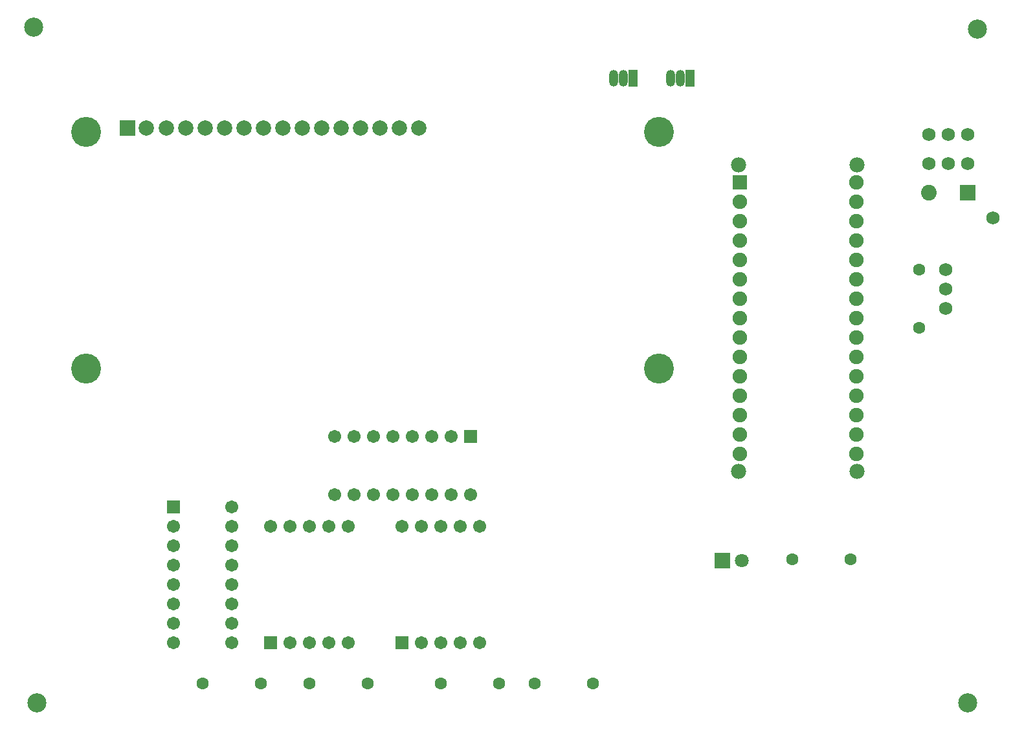
<source format=gts>
%FSTAX23Y23*%
%MOIN*%
%SFA1B1*%

%IPPOS*%
%ADD15C,0.098425*%
%ADD16C,0.067992*%
%ADD17R,0.074921X0.074921*%
%ADD18C,0.074921*%
%ADD19C,0.077992*%
%ADD20R,0.078858X0.078858*%
%ADD21C,0.078858*%
%ADD22C,0.154291*%
%ADD23C,0.063110*%
%ADD24R,0.080827X0.080827*%
%ADD25C,0.080827*%
%ADD26C,0.070984*%
%ADD27R,0.080827X0.080827*%
%ADD28R,0.067047X0.067047*%
%ADD29C,0.067047*%
%ADD30O,0.047362X0.086732*%
%ADD31R,0.047362X0.086732*%
%ADD32R,0.067047X0.067047*%
%LNpcb_baja_teste-1*%
%LPD*%
G54D15*
X0666Y01295D03*
X01865D03*
X0185Y0478D03*
X0671Y0477D03*
G54D16*
X0679Y03795D03*
X0656Y04075D03*
X0666D03*
X0646D03*
X0656Y04225D03*
X0666D03*
X0646D03*
X06545Y0343D03*
Y0333D03*
Y0353D03*
G54D17*
X05485Y0398D03*
G54D18*
X05485Y0388D03*
Y0378D03*
Y0368D03*
Y0358D03*
Y0348D03*
Y0338D03*
Y0328D03*
Y0318D03*
Y0308D03*
Y0298D03*
Y0288D03*
Y0278D03*
Y0268D03*
Y0258D03*
X06085D03*
Y0268D03*
Y0278D03*
Y0288D03*
Y0298D03*
Y0308D03*
Y0318D03*
Y0328D03*
Y0338D03*
Y0348D03*
Y0358D03*
Y0368D03*
Y0378D03*
Y0388D03*
Y0398D03*
G54D19*
X0548Y0249D03*
X0609D03*
X0548Y0407D03*
X0609D03*
G54D20*
X02333Y04259D03*
G54D21*
X0243Y04259D03*
X02533D03*
X02633D03*
X02733D03*
X02833D03*
X02933D03*
X03033D03*
X03133D03*
X03233D03*
X03333D03*
X03433D03*
X03533D03*
X03633D03*
X03733D03*
X03833D03*
G54D22*
X02117Y0424D03*
Y03019D03*
X0507Y0424D03*
Y03019D03*
G54D23*
X0357Y01395D03*
X0327D03*
X0641Y0353D03*
Y0323D03*
X0302Y01395D03*
X0272D03*
X04245D03*
X03945D03*
X0473D03*
X0443D03*
X05755Y02035D03*
X06055D03*
G54D24*
X0666Y03925D03*
G54D25*
X0646Y03925D03*
G54D26*
X05495Y0203D03*
G54D27*
X05395Y0203D03*
G54D28*
X0307Y01605D03*
X03745D03*
X041Y0267D03*
G54D29*
X0317Y01605D03*
X0327D03*
X0337D03*
X0347D03*
X0307Y02205D03*
X0317D03*
X0327D03*
X0337D03*
X0347D03*
X0287Y01605D03*
Y01705D03*
Y01805D03*
Y01905D03*
Y02005D03*
Y02105D03*
Y02205D03*
Y02305D03*
X0257Y01605D03*
Y01705D03*
Y01805D03*
Y01905D03*
Y02005D03*
Y02105D03*
Y02205D03*
X03845Y01605D03*
X03945D03*
X04045D03*
X04145D03*
X03745Y02205D03*
X03845D03*
X03945D03*
X04045D03*
X04145D03*
X034Y0237D03*
X035D03*
X036D03*
X037D03*
X038D03*
X039D03*
X04D03*
X041D03*
X034Y0267D03*
X035D03*
X036D03*
X037D03*
X038D03*
X039D03*
X04D03*
G54D30*
X0513Y04515D03*
X0518D03*
X04835D03*
X04885D03*
G54D31*
X0523Y04515D03*
X04935D03*
G54D32*
X0257Y02305D03*
M02*
</source>
